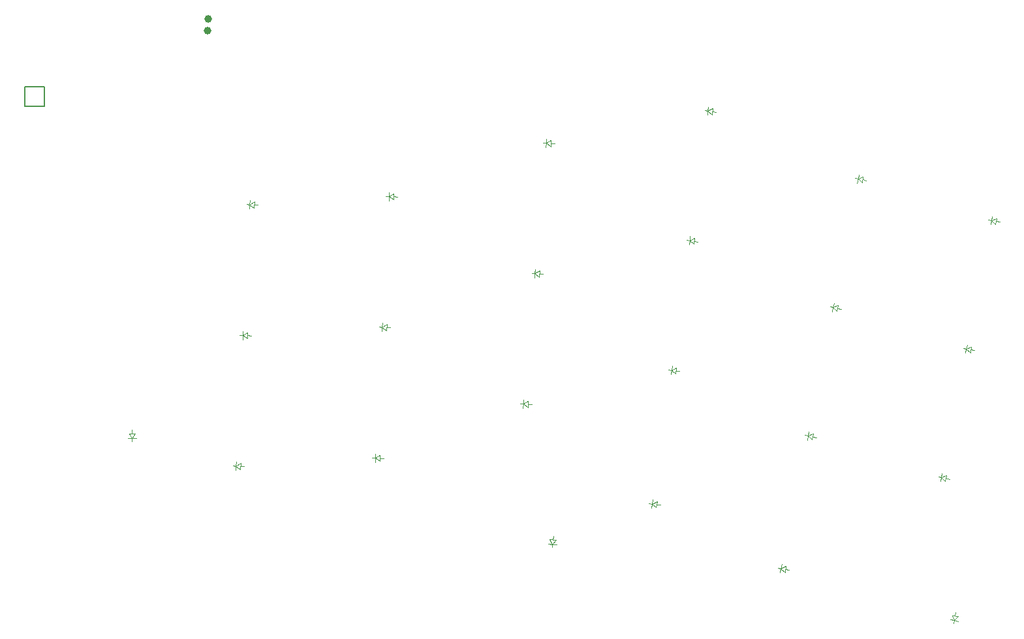
<source format=gbr>
%TF.GenerationSoftware,KiCad,Pcbnew,(6.0.9)*%
%TF.CreationDate,2022-11-07T09:36:57+01:00*%
%TF.ProjectId,itemun,6974656d-756e-42e6-9b69-6361645f7063,v1.0.0*%
%TF.SameCoordinates,Original*%
%TF.FileFunction,Legend,Top*%
%TF.FilePolarity,Positive*%
%FSLAX46Y46*%
G04 Gerber Fmt 4.6, Leading zero omitted, Abs format (unit mm)*
G04 Created by KiCad (PCBNEW (6.0.9)) date 2022-11-07 09:36:57*
%MOMM*%
%LPD*%
G01*
G04 APERTURE LIST*
%ADD10C,0.150000*%
%ADD11C,0.100000*%
%ADD12C,1.000000*%
G04 APERTURE END LIST*
D10*
%TO.C,*%
%TO.C,MCU1*%
D11*
%TO.C,D23*%
X129500445Y-22846440D02*
X129576769Y-22453790D01*
X129691254Y-21864813D02*
X129786659Y-21374000D01*
X129576769Y-22453790D02*
X129298603Y-21788490D01*
X129576769Y-22453790D02*
X130116664Y-22558734D01*
X130083905Y-21941137D02*
X129576769Y-22453790D01*
X129298603Y-21788490D02*
X130083905Y-21941137D01*
X129576769Y-22453790D02*
X129036874Y-22348845D01*
%TO.C,D16*%
X117692346Y34776343D02*
X118183159Y34680938D01*
X117768669Y35168994D02*
X117616022Y34383692D01*
X117103369Y34890828D02*
X117768669Y35168994D01*
X117616022Y34383692D02*
X117103369Y34890828D01*
X117103369Y34890828D02*
X117208314Y35430723D01*
X116710719Y34967152D02*
X117103369Y34890828D01*
X117103369Y34890828D02*
X116998425Y34350933D01*
%TO.C,D5*%
X54478941Y-1347939D02*
X55099053Y-979889D01*
X54478941Y-1347939D02*
X54450156Y-1897186D01*
X55057184Y-1778793D02*
X54478941Y-1347939D01*
X54079489Y-1327005D02*
X54478941Y-1347939D01*
X54478941Y-1347939D02*
X54507725Y-798693D01*
X55099053Y-979889D02*
X55057184Y-1778793D01*
X55078118Y-1379341D02*
X55577433Y-1405509D01*
%TO.C,D2*%
X36398938Y-2403150D02*
X37019050Y-2035100D01*
X37019050Y-2035100D02*
X36977181Y-2834004D01*
X36398938Y-2403150D02*
X36427722Y-1853904D01*
X36398938Y-2403150D02*
X36370153Y-2952397D01*
X36977181Y-2834004D02*
X36398938Y-2403150D01*
X36998115Y-2434552D02*
X37497430Y-2460720D01*
X35999486Y-2382216D02*
X36398938Y-2403150D01*
%TO.C,D3*%
X36889197Y14594486D02*
X37288649Y14573552D01*
X37288649Y14573552D02*
X37317433Y15122798D01*
X37866892Y14142698D02*
X37288649Y14573552D01*
X37887826Y14542150D02*
X38387141Y14515982D01*
X37288649Y14573552D02*
X37259864Y14024305D01*
X37288649Y14573552D02*
X37908761Y14941602D01*
X37908761Y14941602D02*
X37866892Y14142698D01*
%TO.C,D7*%
X56836607Y32174612D02*
X56258364Y32605466D01*
X56258364Y32605466D02*
X56287148Y33154712D01*
X56878476Y32973516D02*
X56836607Y32174612D01*
X55858912Y32626400D02*
X56258364Y32605466D01*
X56857541Y32574064D02*
X57356856Y32547896D01*
X56258364Y32605466D02*
X56878476Y32973516D01*
X56258364Y32605466D02*
X56229579Y32056219D01*
%TO.C,D9*%
X75742845Y22155614D02*
X75179991Y22606386D01*
X75179991Y22606386D02*
X75132055Y22058478D01*
X75777708Y22554092D02*
X76275805Y22510514D01*
X75812570Y22952570D02*
X75742845Y22155614D01*
X74781513Y22641248D02*
X75179991Y22606386D01*
X75179991Y22606386D02*
X75227927Y23154293D01*
X75179991Y22606386D02*
X75812570Y22952570D01*
%TO.C,D4*%
X38777537Y31518852D02*
X39276852Y31492684D01*
X38756603Y31119400D02*
X38178360Y31550254D01*
X37778908Y31571188D02*
X38178360Y31550254D01*
X38178360Y31550254D02*
X38149575Y31001007D01*
X38798472Y31918304D02*
X38756603Y31119400D01*
X38178360Y31550254D02*
X38207144Y32099500D01*
X38178360Y31550254D02*
X38798472Y31918304D01*
%TO.C,D18*%
X130754638Y12881673D02*
X131147288Y12805349D01*
X131659941Y12298213D02*
X131147288Y12805349D01*
X131812588Y13083515D02*
X131659941Y12298213D01*
X131147288Y12805349D02*
X131252233Y13345244D01*
X131147288Y12805349D02*
X131042344Y12265454D01*
X131147288Y12805349D02*
X131812588Y13083515D01*
X131736265Y12690864D02*
X132227078Y12595459D01*
%TO.C,D21*%
X91019374Y-6993524D02*
X90908036Y-7785739D01*
X90963705Y-7389631D02*
X91458839Y-7459218D01*
X90908036Y-7785739D02*
X90369544Y-7306127D01*
X89973437Y-7250458D02*
X90369544Y-7306127D01*
X90369544Y-7306127D02*
X90292999Y-7850775D01*
X90369544Y-7306127D02*
X90446089Y-6761480D01*
X90369544Y-7306127D02*
X91019374Y-6993524D01*
%TO.C,D8*%
X73698343Y5671076D02*
X73746279Y6218983D01*
X73698343Y5671076D02*
X73650407Y5123168D01*
X74296060Y5618782D02*
X74794157Y5575204D01*
X74330922Y6017260D02*
X74261197Y5220304D01*
X73299865Y5705938D02*
X73698343Y5671076D01*
X73698343Y5671076D02*
X74330922Y6017260D01*
X74261197Y5220304D02*
X73698343Y5671076D01*
%TO.C,D13*%
X97226743Y43764907D02*
X97622850Y43709238D01*
X97622850Y43709238D02*
X97546305Y43164590D01*
X98161342Y43229626D02*
X97622850Y43709238D01*
X97622850Y43709238D02*
X98272680Y44021841D01*
X97622850Y43709238D02*
X97699395Y44253885D01*
X98272680Y44021841D02*
X98161342Y43229626D01*
X98217011Y43625734D02*
X98712145Y43556147D01*
%TO.C,D22*%
X106711525Y-15615251D02*
X107104175Y-15691575D01*
X107104175Y-15691575D02*
X107769475Y-15413409D01*
X107104175Y-15691575D02*
X107209120Y-15151680D01*
X107616828Y-16198711D02*
X107104175Y-15691575D01*
X107104175Y-15691575D02*
X106999231Y-16231470D01*
X107693152Y-15806060D02*
X108183965Y-15901465D01*
X107769475Y-15413409D02*
X107616828Y-16198711D01*
%TO.C,D11*%
X92494857Y10095793D02*
X92890964Y10040124D01*
X93485125Y9956620D02*
X93980259Y9887033D01*
X93540794Y10352727D02*
X93429456Y9560512D01*
X92890964Y10040124D02*
X92967509Y10584771D01*
X92890964Y10040124D02*
X93540794Y10352727D01*
X92890964Y10040124D02*
X92814419Y9495476D01*
X93429456Y9560512D02*
X92890964Y10040124D01*
%TO.C,D19*%
X134903694Y28985875D02*
X134391041Y29493011D01*
X134391041Y29493011D02*
X135056341Y29771177D01*
X134391041Y29493011D02*
X134495986Y30032906D01*
X135056341Y29771177D02*
X134903694Y28985875D01*
X133998391Y29569335D02*
X134391041Y29493011D01*
X134980018Y29378526D02*
X135470831Y29283121D01*
X134391041Y29493011D02*
X134286097Y28953116D01*
%TO.C,D20*%
X77472254Y-12577283D02*
X78020162Y-12625219D01*
X77437392Y-12975761D02*
X77472254Y-12577283D01*
X77923026Y-12014429D02*
X77472254Y-12577283D01*
X77524548Y-11979566D02*
X77568126Y-11481469D01*
X77472254Y-12577283D02*
X76924347Y-12529347D01*
X77126070Y-11944704D02*
X77923026Y-12014429D01*
X77472254Y-12577283D02*
X77126070Y-11944704D01*
%TO.C,D12*%
X95851068Y26791177D02*
X96346202Y26721590D01*
X95795399Y26395069D02*
X95256907Y26874681D01*
X95256907Y26874681D02*
X95906737Y27187284D01*
X95906737Y27187284D02*
X95795399Y26395069D01*
X95256907Y26874681D02*
X95333452Y27419328D01*
X95256907Y26874681D02*
X95180362Y26330033D01*
X94860800Y26930350D02*
X95256907Y26874681D01*
%TO.C,D1*%
X22931505Y818803D02*
X22931505Y1218803D01*
X22931505Y1218803D02*
X22381505Y1218803D01*
X22931505Y1218803D02*
X23481505Y1218803D01*
X22531505Y1818803D02*
X23331505Y1818803D01*
X22931505Y1218803D02*
X22531505Y1818803D01*
X23331505Y1818803D02*
X22931505Y1218803D01*
X22931505Y1818803D02*
X22931505Y2318803D01*
%TO.C,D15*%
X113859616Y18203165D02*
X113754672Y17663270D01*
X114372269Y17696029D02*
X113859616Y18203165D01*
X113859616Y18203165D02*
X113964561Y18743060D01*
X114524916Y18481331D02*
X114372269Y17696029D01*
X113859616Y18203165D02*
X114524916Y18481331D01*
X113466966Y18279489D02*
X113859616Y18203165D01*
X114448593Y18088680D02*
X114939406Y17993275D01*
%TO.C,D6*%
X55368653Y15628764D02*
X55988765Y15996814D01*
X55368653Y15628764D02*
X55397437Y16178010D01*
X55988765Y15996814D02*
X55946896Y15197910D01*
X55967830Y15597362D02*
X56467145Y15571194D01*
X55946896Y15197910D02*
X55368653Y15628764D01*
X55368653Y15628764D02*
X55339868Y15079517D01*
X54969201Y15649698D02*
X55368653Y15628764D01*
D10*
%TO.C,MCU1*%
X11581505Y46808803D02*
X9041505Y46808803D01*
X11581505Y44268803D02*
X9041505Y44268803D01*
X9041505Y44268803D02*
X9041505Y46808803D01*
X11581505Y46808803D02*
X11581505Y44268803D01*
D11*
%TO.C,D14*%
X111204841Y1401018D02*
X111695654Y1305613D01*
X111281164Y1793669D02*
X111128517Y1008367D01*
X110615864Y1515503D02*
X110720809Y2055398D01*
X110615864Y1515503D02*
X111281164Y1793669D01*
X110615864Y1515503D02*
X110510920Y975608D01*
X111128517Y1008367D02*
X110615864Y1515503D01*
X110223214Y1591827D02*
X110615864Y1515503D01*
%TO.C,D10*%
X76263161Y39576558D02*
X76661639Y39541696D01*
X77224493Y39090924D02*
X76661639Y39541696D01*
X77294218Y39887880D02*
X77224493Y39090924D01*
X76661639Y39541696D02*
X77294218Y39887880D01*
X77259356Y39489402D02*
X77757453Y39445824D01*
X76661639Y39541696D02*
X76613703Y38993788D01*
X76661639Y39541696D02*
X76709575Y40089603D01*
%TO.C,D17*%
X128568835Y-3604147D02*
X128416188Y-4389449D01*
X128492512Y-3996798D02*
X128983325Y-4092203D01*
X128416188Y-4389449D02*
X127903535Y-3882313D01*
X127903535Y-3882313D02*
X128008480Y-3342418D01*
X127510885Y-3805989D02*
X127903535Y-3882313D01*
X127903535Y-3882313D02*
X128568835Y-3604147D01*
X127903535Y-3882313D02*
X127798591Y-4422208D01*
%TD*%
D12*
%TO.C,*%
X32701949Y54117795D03*
X32780453Y55615739D03*
%TD*%
M02*

</source>
